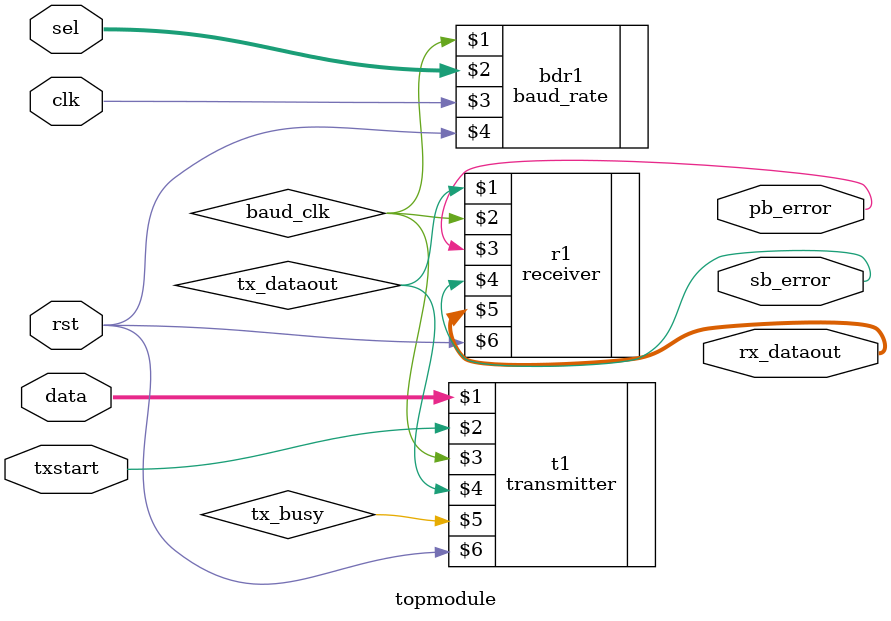
<source format=v>
`timescale 1us / 1ns

//operating at baud rate =100000
module topmodule(txstart,clk,rst,data,pb_error,sb_error,rx_dataout,sel);
input txstart,clk,rst;
input [7:0]data;
output pb_error,sb_error;
wire baud_clk;
output [7:0] rx_dataout;
wire tx_dataout,tx_busy;
input [1:0] sel;
baud_rate bdr1(baud_clk,sel,clk,rst);    //used to divide the system's clock frequency by 10 ,for sel=2'b10
transmitter t1(data,txstart,baud_clk,tx_dataout,tx_busy,rst);
receiver r1(tx_dataout,baud_clk,pb_error,sb_error,rx_dataout,rst); 
endmodule

</source>
